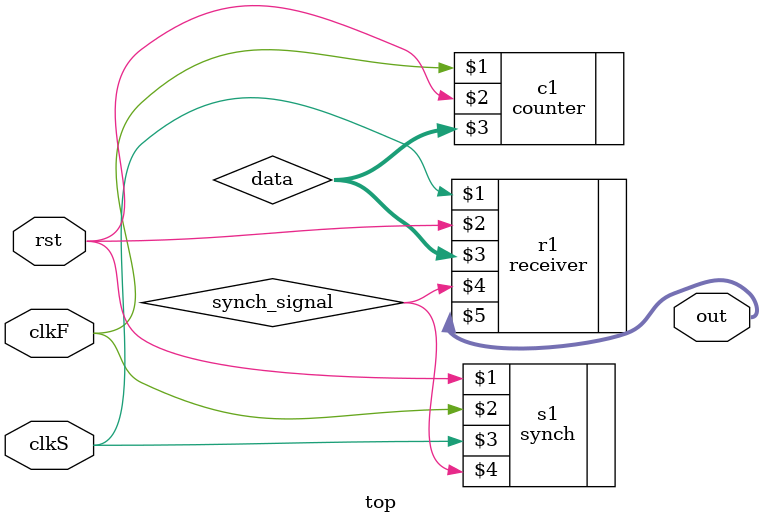
<source format=v>
`include "counter.v"
`include "synch.v"
`include "receiver.v"

module top(clkS,clkF,rst,out);
	input clkF,clkS,rst;	
	output [7:0] out;
	wire synch_signal;
	wire [7:0] data;
 
        counter c1(clkF,rst,data);
        synch s1(rst,clkF,clkS,synch_signal);
	receiver r1(clkS,rst,data,synch_signal,out);

endmodule 

</source>
